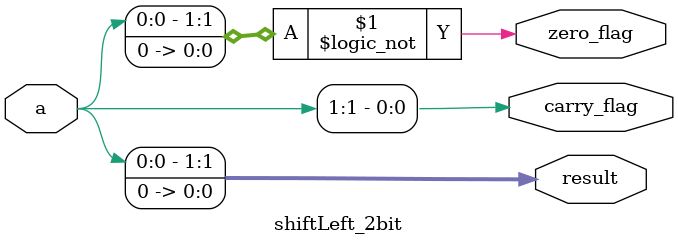
<source format=sv>
module shiftLeft_2bit(
  input logic [1:0] a,
  output logic [1:0] result,
  output logic zero_flag,
  output logic carry_flag
);

	assign result[0] = 1'b0;
  assign result[1] = a[0];


  // Set zero flag
  assign zero_flag = (result == 2'b00);

  // Set carry flag based on the value of the MSB of input 'a'
  assign carry_flag = (a[1] == 1'b1);

endmodule
</source>
